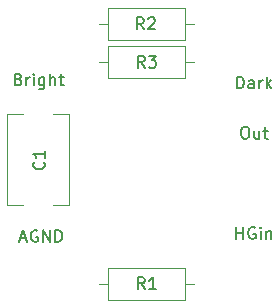
<source format=gbr>
G04 #@! TF.GenerationSoftware,KiCad,Pcbnew,(6.0.0-0)*
G04 #@! TF.CreationDate,2022-01-15T15:53:31+00:00*
G04 #@! TF.ProjectId,SelectPCB,53656c65-6374-4504-9342-2e6b69636164,rev?*
G04 #@! TF.SameCoordinates,Original*
G04 #@! TF.FileFunction,Legend,Top*
G04 #@! TF.FilePolarity,Positive*
%FSLAX46Y46*%
G04 Gerber Fmt 4.6, Leading zero omitted, Abs format (unit mm)*
G04 Created by KiCad (PCBNEW (6.0.0-0)) date 2022-01-15 15:53:31*
%MOMM*%
%LPD*%
G01*
G04 APERTURE LIST*
%ADD10C,0.200000*%
%ADD11C,0.150000*%
%ADD12C,0.120000*%
G04 APERTURE END LIST*
D10*
X142988095Y-105416666D02*
X143464285Y-105416666D01*
X142892857Y-105702380D02*
X143226190Y-104702380D01*
X143559523Y-105702380D01*
X144416666Y-104750000D02*
X144321428Y-104702380D01*
X144178571Y-104702380D01*
X144035714Y-104750000D01*
X143940476Y-104845238D01*
X143892857Y-104940476D01*
X143845238Y-105130952D01*
X143845238Y-105273809D01*
X143892857Y-105464285D01*
X143940476Y-105559523D01*
X144035714Y-105654761D01*
X144178571Y-105702380D01*
X144273809Y-105702380D01*
X144416666Y-105654761D01*
X144464285Y-105607142D01*
X144464285Y-105273809D01*
X144273809Y-105273809D01*
X144892857Y-105702380D02*
X144892857Y-104702380D01*
X145464285Y-105702380D01*
X145464285Y-104702380D01*
X145940476Y-105702380D02*
X145940476Y-104702380D01*
X146178571Y-104702380D01*
X146321428Y-104750000D01*
X146416666Y-104845238D01*
X146464285Y-104940476D01*
X146511904Y-105130952D01*
X146511904Y-105273809D01*
X146464285Y-105464285D01*
X146416666Y-105559523D01*
X146321428Y-105654761D01*
X146178571Y-105702380D01*
X145940476Y-105702380D01*
X161916666Y-95952380D02*
X162107142Y-95952380D01*
X162202380Y-96000000D01*
X162297619Y-96095238D01*
X162345238Y-96285714D01*
X162345238Y-96619047D01*
X162297619Y-96809523D01*
X162202380Y-96904761D01*
X162107142Y-96952380D01*
X161916666Y-96952380D01*
X161821428Y-96904761D01*
X161726190Y-96809523D01*
X161678571Y-96619047D01*
X161678571Y-96285714D01*
X161726190Y-96095238D01*
X161821428Y-96000000D01*
X161916666Y-95952380D01*
X163202380Y-96285714D02*
X163202380Y-96952380D01*
X162773809Y-96285714D02*
X162773809Y-96809523D01*
X162821428Y-96904761D01*
X162916666Y-96952380D01*
X163059523Y-96952380D01*
X163154761Y-96904761D01*
X163202380Y-96857142D01*
X163535714Y-96285714D02*
X163916666Y-96285714D01*
X163678571Y-95952380D02*
X163678571Y-96809523D01*
X163726190Y-96904761D01*
X163821428Y-96952380D01*
X163916666Y-96952380D01*
X161273809Y-105452380D02*
X161273809Y-104452380D01*
X161273809Y-104928571D02*
X161845238Y-104928571D01*
X161845238Y-105452380D02*
X161845238Y-104452380D01*
X162845238Y-104500000D02*
X162750000Y-104452380D01*
X162607142Y-104452380D01*
X162464285Y-104500000D01*
X162369047Y-104595238D01*
X162321428Y-104690476D01*
X162273809Y-104880952D01*
X162273809Y-105023809D01*
X162321428Y-105214285D01*
X162369047Y-105309523D01*
X162464285Y-105404761D01*
X162607142Y-105452380D01*
X162702380Y-105452380D01*
X162845238Y-105404761D01*
X162892857Y-105357142D01*
X162892857Y-105023809D01*
X162702380Y-105023809D01*
X163321428Y-105452380D02*
X163321428Y-104785714D01*
X163321428Y-104452380D02*
X163273809Y-104500000D01*
X163321428Y-104547619D01*
X163369047Y-104500000D01*
X163321428Y-104452380D01*
X163321428Y-104547619D01*
X163797619Y-104785714D02*
X163797619Y-105452380D01*
X163797619Y-104880952D02*
X163845238Y-104833333D01*
X163940476Y-104785714D01*
X164083333Y-104785714D01*
X164178571Y-104833333D01*
X164226190Y-104928571D01*
X164226190Y-105452380D01*
X161321428Y-92702380D02*
X161321428Y-91702380D01*
X161559523Y-91702380D01*
X161702380Y-91750000D01*
X161797619Y-91845238D01*
X161845238Y-91940476D01*
X161892857Y-92130952D01*
X161892857Y-92273809D01*
X161845238Y-92464285D01*
X161797619Y-92559523D01*
X161702380Y-92654761D01*
X161559523Y-92702380D01*
X161321428Y-92702380D01*
X162750000Y-92702380D02*
X162750000Y-92178571D01*
X162702380Y-92083333D01*
X162607142Y-92035714D01*
X162416666Y-92035714D01*
X162321428Y-92083333D01*
X162750000Y-92654761D02*
X162654761Y-92702380D01*
X162416666Y-92702380D01*
X162321428Y-92654761D01*
X162273809Y-92559523D01*
X162273809Y-92464285D01*
X162321428Y-92369047D01*
X162416666Y-92321428D01*
X162654761Y-92321428D01*
X162750000Y-92273809D01*
X163226190Y-92702380D02*
X163226190Y-92035714D01*
X163226190Y-92226190D02*
X163273809Y-92130952D01*
X163321428Y-92083333D01*
X163416666Y-92035714D01*
X163511904Y-92035714D01*
X163845238Y-92702380D02*
X163845238Y-91702380D01*
X163940476Y-92321428D02*
X164226190Y-92702380D01*
X164226190Y-92035714D02*
X163845238Y-92416666D01*
X142833333Y-91928571D02*
X142976190Y-91976190D01*
X143023809Y-92023809D01*
X143071428Y-92119047D01*
X143071428Y-92261904D01*
X143023809Y-92357142D01*
X142976190Y-92404761D01*
X142880952Y-92452380D01*
X142500000Y-92452380D01*
X142500000Y-91452380D01*
X142833333Y-91452380D01*
X142928571Y-91500000D01*
X142976190Y-91547619D01*
X143023809Y-91642857D01*
X143023809Y-91738095D01*
X142976190Y-91833333D01*
X142928571Y-91880952D01*
X142833333Y-91928571D01*
X142500000Y-91928571D01*
X143500000Y-92452380D02*
X143500000Y-91785714D01*
X143500000Y-91976190D02*
X143547619Y-91880952D01*
X143595238Y-91833333D01*
X143690476Y-91785714D01*
X143785714Y-91785714D01*
X144119047Y-92452380D02*
X144119047Y-91785714D01*
X144119047Y-91452380D02*
X144071428Y-91500000D01*
X144119047Y-91547619D01*
X144166666Y-91500000D01*
X144119047Y-91452380D01*
X144119047Y-91547619D01*
X145023809Y-91785714D02*
X145023809Y-92595238D01*
X144976190Y-92690476D01*
X144928571Y-92738095D01*
X144833333Y-92785714D01*
X144690476Y-92785714D01*
X144595238Y-92738095D01*
X145023809Y-92404761D02*
X144928571Y-92452380D01*
X144738095Y-92452380D01*
X144642857Y-92404761D01*
X144595238Y-92357142D01*
X144547619Y-92261904D01*
X144547619Y-91976190D01*
X144595238Y-91880952D01*
X144642857Y-91833333D01*
X144738095Y-91785714D01*
X144928571Y-91785714D01*
X145023809Y-91833333D01*
X145500000Y-92452380D02*
X145500000Y-91452380D01*
X145928571Y-92452380D02*
X145928571Y-91928571D01*
X145880952Y-91833333D01*
X145785714Y-91785714D01*
X145642857Y-91785714D01*
X145547619Y-91833333D01*
X145500000Y-91880952D01*
X146261904Y-91785714D02*
X146642857Y-91785714D01*
X146404761Y-91452380D02*
X146404761Y-92309523D01*
X146452380Y-92404761D01*
X146547619Y-92452380D01*
X146642857Y-92452380D01*
D11*
X144951142Y-98952666D02*
X144998761Y-99000285D01*
X145046380Y-99143142D01*
X145046380Y-99238380D01*
X144998761Y-99381238D01*
X144903523Y-99476476D01*
X144808285Y-99524095D01*
X144617809Y-99571714D01*
X144474952Y-99571714D01*
X144284476Y-99524095D01*
X144189238Y-99476476D01*
X144094000Y-99381238D01*
X144046380Y-99238380D01*
X144046380Y-99143142D01*
X144094000Y-99000285D01*
X144141619Y-98952666D01*
X145046380Y-98000285D02*
X145046380Y-98571714D01*
X145046380Y-98286000D02*
X144046380Y-98286000D01*
X144189238Y-98381238D01*
X144284476Y-98476476D01*
X144332095Y-98571714D01*
X153503333Y-109702380D02*
X153170000Y-109226190D01*
X152931904Y-109702380D02*
X152931904Y-108702380D01*
X153312857Y-108702380D01*
X153408095Y-108750000D01*
X153455714Y-108797619D01*
X153503333Y-108892857D01*
X153503333Y-109035714D01*
X153455714Y-109130952D01*
X153408095Y-109178571D01*
X153312857Y-109226190D01*
X152931904Y-109226190D01*
X154455714Y-109702380D02*
X153884285Y-109702380D01*
X154170000Y-109702380D02*
X154170000Y-108702380D01*
X154074761Y-108845238D01*
X153979523Y-108940476D01*
X153884285Y-108988095D01*
X153423333Y-87702380D02*
X153090000Y-87226190D01*
X152851904Y-87702380D02*
X152851904Y-86702380D01*
X153232857Y-86702380D01*
X153328095Y-86750000D01*
X153375714Y-86797619D01*
X153423333Y-86892857D01*
X153423333Y-87035714D01*
X153375714Y-87130952D01*
X153328095Y-87178571D01*
X153232857Y-87226190D01*
X152851904Y-87226190D01*
X153804285Y-86797619D02*
X153851904Y-86750000D01*
X153947142Y-86702380D01*
X154185238Y-86702380D01*
X154280476Y-86750000D01*
X154328095Y-86797619D01*
X154375714Y-86892857D01*
X154375714Y-86988095D01*
X154328095Y-87130952D01*
X153756666Y-87702380D01*
X154375714Y-87702380D01*
X153503333Y-90952380D02*
X153170000Y-90476190D01*
X152931904Y-90952380D02*
X152931904Y-89952380D01*
X153312857Y-89952380D01*
X153408095Y-90000000D01*
X153455714Y-90047619D01*
X153503333Y-90142857D01*
X153503333Y-90285714D01*
X153455714Y-90380952D01*
X153408095Y-90428571D01*
X153312857Y-90476190D01*
X152931904Y-90476190D01*
X153836666Y-89952380D02*
X154455714Y-89952380D01*
X154122380Y-90333333D01*
X154265238Y-90333333D01*
X154360476Y-90380952D01*
X154408095Y-90428571D01*
X154455714Y-90523809D01*
X154455714Y-90761904D01*
X154408095Y-90857142D01*
X154360476Y-90904761D01*
X154265238Y-90952380D01*
X153979523Y-90952380D01*
X153884285Y-90904761D01*
X153836666Y-90857142D01*
D12*
X147120000Y-94856000D02*
X147120000Y-102596000D01*
X143244000Y-94856000D02*
X141880000Y-94856000D01*
X147120000Y-102596000D02*
X145756000Y-102596000D01*
X141880000Y-94856000D02*
X141880000Y-102596000D01*
X143244000Y-102596000D02*
X141880000Y-102596000D01*
X147120000Y-94856000D02*
X145756000Y-94856000D01*
X157710000Y-109250000D02*
X156940000Y-109250000D01*
X156940000Y-107880000D02*
X150400000Y-107880000D01*
X156940000Y-110620000D02*
X156940000Y-107880000D01*
X150400000Y-110620000D02*
X156940000Y-110620000D01*
X150400000Y-107880000D02*
X150400000Y-110620000D01*
X149630000Y-109250000D02*
X150400000Y-109250000D01*
X156940000Y-88620000D02*
X156940000Y-85880000D01*
X150400000Y-85880000D02*
X150400000Y-88620000D01*
X150400000Y-88620000D02*
X156940000Y-88620000D01*
X156940000Y-85880000D02*
X150400000Y-85880000D01*
X149630000Y-87250000D02*
X150400000Y-87250000D01*
X157710000Y-87250000D02*
X156940000Y-87250000D01*
X150400000Y-89130000D02*
X150400000Y-91870000D01*
X156940000Y-91870000D02*
X156940000Y-89130000D01*
X150400000Y-91870000D02*
X156940000Y-91870000D01*
X157710000Y-90500000D02*
X156940000Y-90500000D01*
X149630000Y-90500000D02*
X150400000Y-90500000D01*
X156940000Y-89130000D02*
X150400000Y-89130000D01*
M02*

</source>
